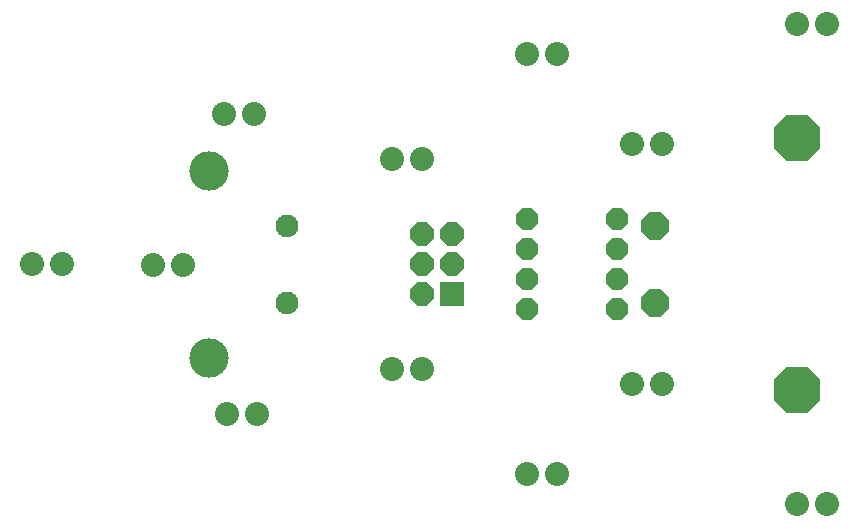
<source format=gts>
G75*
%MOIN*%
%OFA0B0*%
%FSLAX25Y25*%
%IPPOS*%
%LPD*%
%AMOC8*
5,1,8,0,0,1.08239X$1,22.5*
%
%ADD10C,0.13100*%
%ADD11OC8,0.07400*%
%ADD12OC8,0.15600*%
%ADD13C,0.08000*%
%ADD14OC8,0.09200*%
%ADD15R,0.08000X0.08000*%
%ADD16OC8,0.08000*%
%ADD17C,0.07600*%
D10*
X0074750Y0069750D03*
X0074750Y0132250D03*
D11*
X0181000Y0116000D03*
X0181000Y0106000D03*
X0181000Y0096000D03*
X0181000Y0086000D03*
X0211000Y0086000D03*
X0211000Y0096000D03*
X0211000Y0106000D03*
X0211000Y0116000D03*
D12*
X0271000Y0143000D03*
X0271000Y0059000D03*
D13*
X0081000Y0051000D03*
X0091000Y0051000D03*
X0136000Y0066000D03*
X0146000Y0066000D03*
X0181000Y0031000D03*
X0191000Y0031000D03*
X0216000Y0061000D03*
X0226000Y0061000D03*
X0271000Y0021000D03*
X0281000Y0021000D03*
X0146000Y0136000D03*
X0136000Y0136000D03*
X0089750Y0151000D03*
X0079750Y0151000D03*
X0026000Y0101000D03*
X0016000Y0101000D03*
X0056315Y0100902D03*
X0066315Y0100902D03*
X0181000Y0171000D03*
X0191000Y0171000D03*
X0216000Y0141000D03*
X0226000Y0141000D03*
X0271000Y0181000D03*
X0281000Y0181000D03*
D14*
X0223500Y0113800D03*
X0223500Y0088200D03*
D15*
X0156000Y0091000D03*
D16*
X0146000Y0091000D03*
X0146000Y0101000D03*
X0156000Y0101000D03*
X0156000Y0111000D03*
X0146000Y0111000D03*
D17*
X0101000Y0113795D03*
X0101000Y0088205D03*
M02*

</source>
